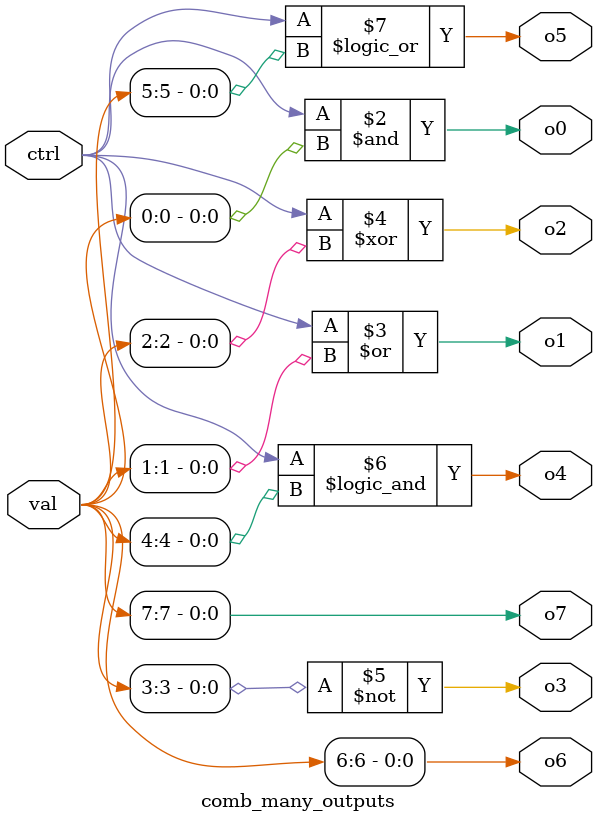
<source format=sv>
module comb_many_outputs (
    input bit ctrl,
    output bit o1,
    output bit o4,
    input bit [7:0] val,
    output bit o5,
    output bit o7,
    output bit o2,
    output bit o3,
    output bit o0,
    output bit o6
);
    always @* begin
    o0 = ctrl & val[0];
    o1 = ctrl | val[1];
    o2 = ctrl ^ val[2];
    o3 = ~val[3];
    o4 = ctrl && val[4];
    o5 = ctrl || val[5];
    o6 = val[6];
    o7 = val[7];
      end
endmodule


</source>
